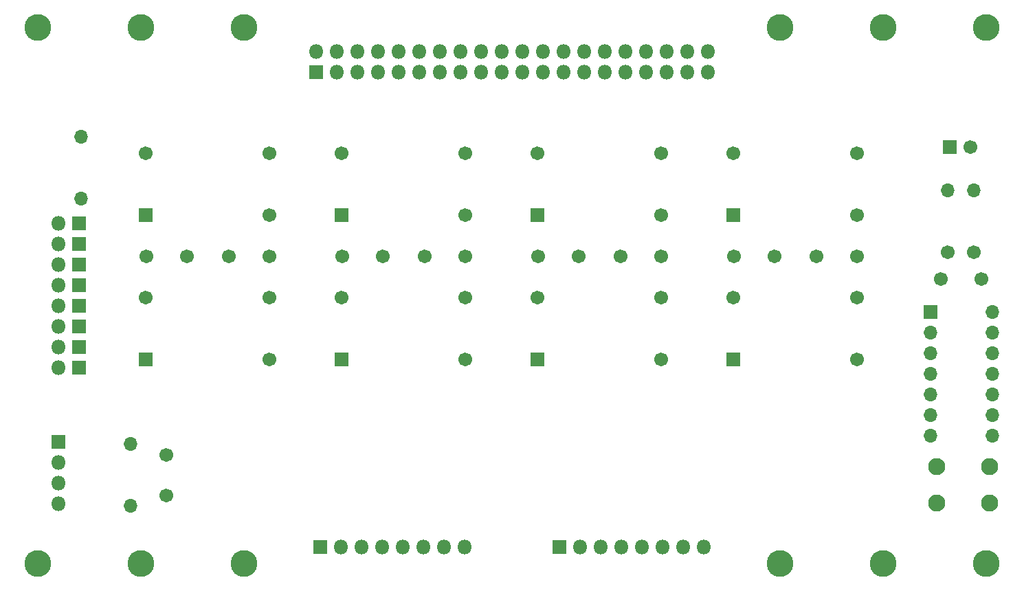
<source format=gbs>
%TF.GenerationSoftware,KiCad,Pcbnew,(5.0.0)*%
%TF.CreationDate,2018-10-23T17:22:46+02:00*%
%TF.ProjectId,S80 Clock Power Reset,53383020436C6F636B20506F77657220,1.0*%
%TF.SameCoordinates,Original*%
%TF.FileFunction,Soldermask,Bot*%
%TF.FilePolarity,Negative*%
%FSLAX46Y46*%
G04 Gerber Fmt 4.6, Leading zero omitted, Abs format (unit mm)*
G04 Created by KiCad (PCBNEW (5.0.0)) date 10/23/18 17:22:46*
%MOMM*%
%LPD*%
G01*
G04 APERTURE LIST*
%ADD10R,1.701600X1.701600*%
%ADD11C,1.701600*%
%ADD12R,1.801600X1.801600*%
%ADD13O,1.801600X1.801600*%
%ADD14O,1.701600X1.701600*%
%ADD15C,2.101600*%
%ADD16C,3.301600*%
G04 APERTURE END LIST*
D10*
X153035000Y-94234000D03*
D11*
X153035000Y-86614000D03*
X168275000Y-86614000D03*
X168275000Y-94234000D03*
X139145000Y-99314000D03*
X144145000Y-99314000D03*
D12*
X125755400Y-76631800D03*
D13*
X125755400Y-74091800D03*
X128295400Y-76631800D03*
X128295400Y-74091800D03*
X130835400Y-76631800D03*
X130835400Y-74091800D03*
X133375400Y-76631800D03*
X133375400Y-74091800D03*
X135915400Y-76631800D03*
X135915400Y-74091800D03*
X138455400Y-76631800D03*
X138455400Y-74091800D03*
X140995400Y-76631800D03*
X140995400Y-74091800D03*
X143535400Y-76631800D03*
X143535400Y-74091800D03*
X146075400Y-76631800D03*
X146075400Y-74091800D03*
X148615400Y-76631800D03*
X148615400Y-74091800D03*
X151155400Y-76631800D03*
X151155400Y-74091800D03*
X153695400Y-76631800D03*
X153695400Y-74091800D03*
X156235400Y-76631800D03*
X156235400Y-74091800D03*
X158775400Y-76631800D03*
X158775400Y-74091800D03*
X161315400Y-76631800D03*
X161315400Y-74091800D03*
X163855400Y-76631800D03*
X163855400Y-74091800D03*
X166395400Y-76631800D03*
X166395400Y-74091800D03*
X168935400Y-76631800D03*
X168935400Y-74091800D03*
X171475400Y-76631800D03*
X171475400Y-74091800D03*
X174015400Y-76631800D03*
X174015400Y-74091800D03*
D14*
X206756000Y-91211400D03*
D11*
X206756000Y-98831400D03*
X203581000Y-98831400D03*
D14*
X203581000Y-91211400D03*
D15*
X202184000Y-129722000D03*
X202184000Y-125222000D03*
X208684000Y-129722000D03*
X208684000Y-125222000D03*
D14*
X209042000Y-106172000D03*
X201422000Y-121412000D03*
X209042000Y-108712000D03*
X201422000Y-118872000D03*
X209042000Y-111252000D03*
X201422000Y-116332000D03*
X209042000Y-113792000D03*
X201422000Y-113792000D03*
X209042000Y-116332000D03*
X201422000Y-111252000D03*
X209042000Y-118872000D03*
X201422000Y-108712000D03*
X209042000Y-121412000D03*
D10*
X201422000Y-106172000D03*
D13*
X144018000Y-135153400D03*
X141478000Y-135153400D03*
X138938000Y-135153400D03*
X136398000Y-135153400D03*
X133858000Y-135153400D03*
X131318000Y-135153400D03*
X128778000Y-135153400D03*
D12*
X126238000Y-135153400D03*
X155676600Y-135153400D03*
D13*
X158216600Y-135153400D03*
X160756600Y-135153400D03*
X163296600Y-135153400D03*
X165836600Y-135153400D03*
X168376600Y-135153400D03*
X170916600Y-135153400D03*
X173456600Y-135153400D03*
D12*
X93980000Y-122174000D03*
D13*
X93980000Y-124714000D03*
X93980000Y-127254000D03*
X93980000Y-129794000D03*
D11*
X109855000Y-99314000D03*
X104855000Y-99314000D03*
X115015000Y-99314000D03*
X120015000Y-99314000D03*
X133985000Y-99314000D03*
X128985000Y-99314000D03*
X158115000Y-99314000D03*
X153115000Y-99314000D03*
X168275000Y-99314000D03*
X163275000Y-99314000D03*
X177245000Y-99314000D03*
X182245000Y-99314000D03*
X192405000Y-99314000D03*
X187405000Y-99314000D03*
X107315000Y-123799600D03*
X107315000Y-128799600D03*
D10*
X203835000Y-85852000D03*
D11*
X206335000Y-85852000D03*
X202692000Y-102108000D03*
X207692000Y-102108000D03*
D14*
X102870000Y-122453400D03*
X102870000Y-130073400D03*
D10*
X104775000Y-94234000D03*
D11*
X104775000Y-86614000D03*
X120015000Y-86614000D03*
X120015000Y-94234000D03*
X120015000Y-112014000D03*
X120015000Y-104394000D03*
X104775000Y-104394000D03*
D10*
X104775000Y-112014000D03*
D11*
X144145000Y-94234000D03*
X144145000Y-86614000D03*
X128905000Y-86614000D03*
D10*
X128905000Y-94234000D03*
X128905000Y-112014000D03*
D11*
X128905000Y-104394000D03*
X144145000Y-104394000D03*
X144145000Y-112014000D03*
X168275000Y-112014000D03*
X168275000Y-104394000D03*
X153035000Y-104394000D03*
D10*
X153035000Y-112014000D03*
X177165000Y-94234000D03*
D11*
X177165000Y-86614000D03*
X192405000Y-86614000D03*
X192405000Y-94234000D03*
D10*
X177165000Y-112014000D03*
D11*
X177165000Y-104394000D03*
X192405000Y-104394000D03*
X192405000Y-112014000D03*
D12*
X96520000Y-95250000D03*
D13*
X93980000Y-95250000D03*
D12*
X96520000Y-105410000D03*
D13*
X93980000Y-105410000D03*
X93980000Y-97790000D03*
D12*
X96520000Y-97790000D03*
D13*
X93980000Y-107950000D03*
D12*
X96520000Y-107950000D03*
X96520000Y-100330000D03*
D13*
X93980000Y-100330000D03*
D12*
X96520000Y-110490000D03*
D13*
X93980000Y-110490000D03*
X93980000Y-102870000D03*
D12*
X96520000Y-102870000D03*
D13*
X93980000Y-113030000D03*
D12*
X96520000Y-113030000D03*
D14*
X96774000Y-84582000D03*
X96774000Y-92202000D03*
D16*
X208280000Y-137160000D03*
X195580000Y-137160000D03*
X182880000Y-137160000D03*
X116840000Y-137160000D03*
X104140000Y-137160000D03*
X91440000Y-137160000D03*
X208280000Y-71120000D03*
X195580000Y-71120000D03*
X182880000Y-71120000D03*
X116840000Y-71120000D03*
X104140000Y-71120000D03*
X91440000Y-71120000D03*
M02*

</source>
